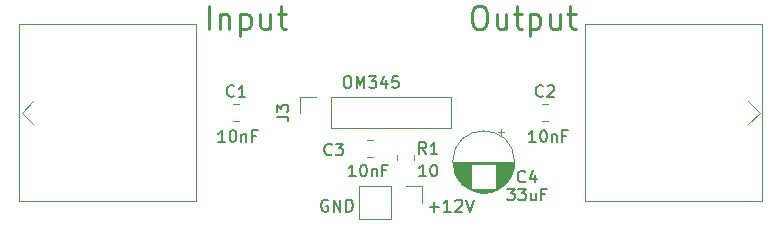
<source format=gbr>
%TF.GenerationSoftware,KiCad,Pcbnew,9.0.3*%
%TF.CreationDate,2025-07-24T18:02:03+02:00*%
%TF.ProjectId,OM345_Testrig,4f4d3334-355f-4546-9573-747269672e6b,rev?*%
%TF.SameCoordinates,Original*%
%TF.FileFunction,Legend,Top*%
%TF.FilePolarity,Positive*%
%FSLAX46Y46*%
G04 Gerber Fmt 4.6, Leading zero omitted, Abs format (unit mm)*
G04 Created by KiCad (PCBNEW 9.0.3) date 2025-07-24 18:02:03*
%MOMM*%
%LPD*%
G01*
G04 APERTURE LIST*
%ADD10C,0.254000*%
%ADD11C,0.203200*%
%ADD12C,0.150000*%
%ADD13C,0.120000*%
G04 APERTURE END LIST*
D10*
X150843533Y-72270656D02*
X151206390Y-72270656D01*
X151206390Y-72270656D02*
X151387819Y-72361370D01*
X151387819Y-72361370D02*
X151569247Y-72542799D01*
X151569247Y-72542799D02*
X151659962Y-72905656D01*
X151659962Y-72905656D02*
X151659962Y-73540656D01*
X151659962Y-73540656D02*
X151569247Y-73903513D01*
X151569247Y-73903513D02*
X151387819Y-74084942D01*
X151387819Y-74084942D02*
X151206390Y-74175656D01*
X151206390Y-74175656D02*
X150843533Y-74175656D01*
X150843533Y-74175656D02*
X150662105Y-74084942D01*
X150662105Y-74084942D02*
X150480676Y-73903513D01*
X150480676Y-73903513D02*
X150389962Y-73540656D01*
X150389962Y-73540656D02*
X150389962Y-72905656D01*
X150389962Y-72905656D02*
X150480676Y-72542799D01*
X150480676Y-72542799D02*
X150662105Y-72361370D01*
X150662105Y-72361370D02*
X150843533Y-72270656D01*
X153292819Y-72905656D02*
X153292819Y-74175656D01*
X152476390Y-72905656D02*
X152476390Y-73903513D01*
X152476390Y-73903513D02*
X152567104Y-74084942D01*
X152567104Y-74084942D02*
X152748533Y-74175656D01*
X152748533Y-74175656D02*
X153020676Y-74175656D01*
X153020676Y-74175656D02*
X153202104Y-74084942D01*
X153202104Y-74084942D02*
X153292819Y-73994227D01*
X153927818Y-72905656D02*
X154653532Y-72905656D01*
X154199961Y-72270656D02*
X154199961Y-73903513D01*
X154199961Y-73903513D02*
X154290675Y-74084942D01*
X154290675Y-74084942D02*
X154472104Y-74175656D01*
X154472104Y-74175656D02*
X154653532Y-74175656D01*
X155288532Y-72905656D02*
X155288532Y-74810656D01*
X155288532Y-72996370D02*
X155469961Y-72905656D01*
X155469961Y-72905656D02*
X155832818Y-72905656D01*
X155832818Y-72905656D02*
X156014246Y-72996370D01*
X156014246Y-72996370D02*
X156104961Y-73087084D01*
X156104961Y-73087084D02*
X156195675Y-73268513D01*
X156195675Y-73268513D02*
X156195675Y-73812799D01*
X156195675Y-73812799D02*
X156104961Y-73994227D01*
X156104961Y-73994227D02*
X156014246Y-74084942D01*
X156014246Y-74084942D02*
X155832818Y-74175656D01*
X155832818Y-74175656D02*
X155469961Y-74175656D01*
X155469961Y-74175656D02*
X155288532Y-74084942D01*
X157828532Y-72905656D02*
X157828532Y-74175656D01*
X157012103Y-72905656D02*
X157012103Y-73903513D01*
X157012103Y-73903513D02*
X157102817Y-74084942D01*
X157102817Y-74084942D02*
X157284246Y-74175656D01*
X157284246Y-74175656D02*
X157556389Y-74175656D01*
X157556389Y-74175656D02*
X157737817Y-74084942D01*
X157737817Y-74084942D02*
X157828532Y-73994227D01*
X158463531Y-72905656D02*
X159189245Y-72905656D01*
X158735674Y-72270656D02*
X158735674Y-73903513D01*
X158735674Y-73903513D02*
X158826388Y-74084942D01*
X158826388Y-74084942D02*
X159007817Y-74175656D01*
X159007817Y-74175656D02*
X159189245Y-74175656D01*
D11*
X138194779Y-88686474D02*
X138098017Y-88638093D01*
X138098017Y-88638093D02*
X137952874Y-88638093D01*
X137952874Y-88638093D02*
X137807731Y-88686474D01*
X137807731Y-88686474D02*
X137710969Y-88783236D01*
X137710969Y-88783236D02*
X137662588Y-88879998D01*
X137662588Y-88879998D02*
X137614207Y-89073522D01*
X137614207Y-89073522D02*
X137614207Y-89218665D01*
X137614207Y-89218665D02*
X137662588Y-89412189D01*
X137662588Y-89412189D02*
X137710969Y-89508951D01*
X137710969Y-89508951D02*
X137807731Y-89605713D01*
X137807731Y-89605713D02*
X137952874Y-89654093D01*
X137952874Y-89654093D02*
X138049636Y-89654093D01*
X138049636Y-89654093D02*
X138194779Y-89605713D01*
X138194779Y-89605713D02*
X138243160Y-89557332D01*
X138243160Y-89557332D02*
X138243160Y-89218665D01*
X138243160Y-89218665D02*
X138049636Y-89218665D01*
X138678588Y-89654093D02*
X138678588Y-88638093D01*
X138678588Y-88638093D02*
X139259160Y-89654093D01*
X139259160Y-89654093D02*
X139259160Y-88638093D01*
X139742969Y-89654093D02*
X139742969Y-88638093D01*
X139742969Y-88638093D02*
X139984874Y-88638093D01*
X139984874Y-88638093D02*
X140130017Y-88686474D01*
X140130017Y-88686474D02*
X140226779Y-88783236D01*
X140226779Y-88783236D02*
X140275160Y-88879998D01*
X140275160Y-88879998D02*
X140323541Y-89073522D01*
X140323541Y-89073522D02*
X140323541Y-89218665D01*
X140323541Y-89218665D02*
X140275160Y-89412189D01*
X140275160Y-89412189D02*
X140226779Y-89508951D01*
X140226779Y-89508951D02*
X140130017Y-89605713D01*
X140130017Y-89605713D02*
X139984874Y-89654093D01*
X139984874Y-89654093D02*
X139742969Y-89654093D01*
D10*
X128128676Y-74175656D02*
X128128676Y-72270656D01*
X129035819Y-72905656D02*
X129035819Y-74175656D01*
X129035819Y-73087084D02*
X129126533Y-72996370D01*
X129126533Y-72996370D02*
X129307962Y-72905656D01*
X129307962Y-72905656D02*
X129580105Y-72905656D01*
X129580105Y-72905656D02*
X129761533Y-72996370D01*
X129761533Y-72996370D02*
X129852248Y-73177799D01*
X129852248Y-73177799D02*
X129852248Y-74175656D01*
X130759390Y-72905656D02*
X130759390Y-74810656D01*
X130759390Y-72996370D02*
X130940819Y-72905656D01*
X130940819Y-72905656D02*
X131303676Y-72905656D01*
X131303676Y-72905656D02*
X131485104Y-72996370D01*
X131485104Y-72996370D02*
X131575819Y-73087084D01*
X131575819Y-73087084D02*
X131666533Y-73268513D01*
X131666533Y-73268513D02*
X131666533Y-73812799D01*
X131666533Y-73812799D02*
X131575819Y-73994227D01*
X131575819Y-73994227D02*
X131485104Y-74084942D01*
X131485104Y-74084942D02*
X131303676Y-74175656D01*
X131303676Y-74175656D02*
X130940819Y-74175656D01*
X130940819Y-74175656D02*
X130759390Y-74084942D01*
X133299390Y-72905656D02*
X133299390Y-74175656D01*
X132482961Y-72905656D02*
X132482961Y-73903513D01*
X132482961Y-73903513D02*
X132573675Y-74084942D01*
X132573675Y-74084942D02*
X132755104Y-74175656D01*
X132755104Y-74175656D02*
X133027247Y-74175656D01*
X133027247Y-74175656D02*
X133208675Y-74084942D01*
X133208675Y-74084942D02*
X133299390Y-73994227D01*
X133934389Y-72905656D02*
X134660103Y-72905656D01*
X134206532Y-72270656D02*
X134206532Y-73903513D01*
X134206532Y-73903513D02*
X134297246Y-74084942D01*
X134297246Y-74084942D02*
X134478675Y-74175656D01*
X134478675Y-74175656D02*
X134660103Y-74175656D01*
D11*
X146806588Y-89267046D02*
X147580684Y-89267046D01*
X147193636Y-89654093D02*
X147193636Y-88879998D01*
X148596684Y-89654093D02*
X148016112Y-89654093D01*
X148306398Y-89654093D02*
X148306398Y-88638093D01*
X148306398Y-88638093D02*
X148209636Y-88783236D01*
X148209636Y-88783236D02*
X148112874Y-88879998D01*
X148112874Y-88879998D02*
X148016112Y-88928379D01*
X148983731Y-88734855D02*
X149032112Y-88686474D01*
X149032112Y-88686474D02*
X149128874Y-88638093D01*
X149128874Y-88638093D02*
X149370779Y-88638093D01*
X149370779Y-88638093D02*
X149467541Y-88686474D01*
X149467541Y-88686474D02*
X149515922Y-88734855D01*
X149515922Y-88734855D02*
X149564303Y-88831617D01*
X149564303Y-88831617D02*
X149564303Y-88928379D01*
X149564303Y-88928379D02*
X149515922Y-89073522D01*
X149515922Y-89073522D02*
X148935350Y-89654093D01*
X148935350Y-89654093D02*
X149564303Y-89654093D01*
X149854588Y-88638093D02*
X150193255Y-89654093D01*
X150193255Y-89654093D02*
X150531922Y-88638093D01*
D12*
X154900333Y-87100580D02*
X154852714Y-87148200D01*
X154852714Y-87148200D02*
X154709857Y-87195819D01*
X154709857Y-87195819D02*
X154614619Y-87195819D01*
X154614619Y-87195819D02*
X154471762Y-87148200D01*
X154471762Y-87148200D02*
X154376524Y-87052961D01*
X154376524Y-87052961D02*
X154328905Y-86957723D01*
X154328905Y-86957723D02*
X154281286Y-86767247D01*
X154281286Y-86767247D02*
X154281286Y-86624390D01*
X154281286Y-86624390D02*
X154328905Y-86433914D01*
X154328905Y-86433914D02*
X154376524Y-86338676D01*
X154376524Y-86338676D02*
X154471762Y-86243438D01*
X154471762Y-86243438D02*
X154614619Y-86195819D01*
X154614619Y-86195819D02*
X154709857Y-86195819D01*
X154709857Y-86195819D02*
X154852714Y-86243438D01*
X154852714Y-86243438D02*
X154900333Y-86291057D01*
X155757476Y-86529152D02*
X155757476Y-87195819D01*
X155519381Y-86148200D02*
X155281286Y-86862485D01*
X155281286Y-86862485D02*
X155900333Y-86862485D01*
X153376524Y-87719819D02*
X153995571Y-87719819D01*
X153995571Y-87719819D02*
X153662238Y-88100771D01*
X153662238Y-88100771D02*
X153805095Y-88100771D01*
X153805095Y-88100771D02*
X153900333Y-88148390D01*
X153900333Y-88148390D02*
X153947952Y-88196009D01*
X153947952Y-88196009D02*
X153995571Y-88291247D01*
X153995571Y-88291247D02*
X153995571Y-88529342D01*
X153995571Y-88529342D02*
X153947952Y-88624580D01*
X153947952Y-88624580D02*
X153900333Y-88672200D01*
X153900333Y-88672200D02*
X153805095Y-88719819D01*
X153805095Y-88719819D02*
X153519381Y-88719819D01*
X153519381Y-88719819D02*
X153424143Y-88672200D01*
X153424143Y-88672200D02*
X153376524Y-88624580D01*
X154328905Y-87719819D02*
X154947952Y-87719819D01*
X154947952Y-87719819D02*
X154614619Y-88100771D01*
X154614619Y-88100771D02*
X154757476Y-88100771D01*
X154757476Y-88100771D02*
X154852714Y-88148390D01*
X154852714Y-88148390D02*
X154900333Y-88196009D01*
X154900333Y-88196009D02*
X154947952Y-88291247D01*
X154947952Y-88291247D02*
X154947952Y-88529342D01*
X154947952Y-88529342D02*
X154900333Y-88624580D01*
X154900333Y-88624580D02*
X154852714Y-88672200D01*
X154852714Y-88672200D02*
X154757476Y-88719819D01*
X154757476Y-88719819D02*
X154471762Y-88719819D01*
X154471762Y-88719819D02*
X154376524Y-88672200D01*
X154376524Y-88672200D02*
X154328905Y-88624580D01*
X155805095Y-88053152D02*
X155805095Y-88719819D01*
X155376524Y-88053152D02*
X155376524Y-88576961D01*
X155376524Y-88576961D02*
X155424143Y-88672200D01*
X155424143Y-88672200D02*
X155519381Y-88719819D01*
X155519381Y-88719819D02*
X155662238Y-88719819D01*
X155662238Y-88719819D02*
X155757476Y-88672200D01*
X155757476Y-88672200D02*
X155805095Y-88624580D01*
X156614619Y-88196009D02*
X156281286Y-88196009D01*
X156281286Y-88719819D02*
X156281286Y-87719819D01*
X156281286Y-87719819D02*
X156757476Y-87719819D01*
X146518333Y-84782819D02*
X146185000Y-84306628D01*
X145946905Y-84782819D02*
X145946905Y-83782819D01*
X145946905Y-83782819D02*
X146327857Y-83782819D01*
X146327857Y-83782819D02*
X146423095Y-83830438D01*
X146423095Y-83830438D02*
X146470714Y-83878057D01*
X146470714Y-83878057D02*
X146518333Y-83973295D01*
X146518333Y-83973295D02*
X146518333Y-84116152D01*
X146518333Y-84116152D02*
X146470714Y-84211390D01*
X146470714Y-84211390D02*
X146423095Y-84259009D01*
X146423095Y-84259009D02*
X146327857Y-84306628D01*
X146327857Y-84306628D02*
X145946905Y-84306628D01*
X147470714Y-84782819D02*
X146899286Y-84782819D01*
X147185000Y-84782819D02*
X147185000Y-83782819D01*
X147185000Y-83782819D02*
X147089762Y-83925676D01*
X147089762Y-83925676D02*
X146994524Y-84020914D01*
X146994524Y-84020914D02*
X146899286Y-84068533D01*
X146494523Y-86687819D02*
X145923095Y-86687819D01*
X146208809Y-86687819D02*
X146208809Y-85687819D01*
X146208809Y-85687819D02*
X146113571Y-85830676D01*
X146113571Y-85830676D02*
X146018333Y-85925914D01*
X146018333Y-85925914D02*
X145923095Y-85973533D01*
X147113571Y-85687819D02*
X147208809Y-85687819D01*
X147208809Y-85687819D02*
X147304047Y-85735438D01*
X147304047Y-85735438D02*
X147351666Y-85783057D01*
X147351666Y-85783057D02*
X147399285Y-85878295D01*
X147399285Y-85878295D02*
X147446904Y-86068771D01*
X147446904Y-86068771D02*
X147446904Y-86306866D01*
X147446904Y-86306866D02*
X147399285Y-86497342D01*
X147399285Y-86497342D02*
X147351666Y-86592580D01*
X147351666Y-86592580D02*
X147304047Y-86640200D01*
X147304047Y-86640200D02*
X147208809Y-86687819D01*
X147208809Y-86687819D02*
X147113571Y-86687819D01*
X147113571Y-86687819D02*
X147018333Y-86640200D01*
X147018333Y-86640200D02*
X146970714Y-86592580D01*
X146970714Y-86592580D02*
X146923095Y-86497342D01*
X146923095Y-86497342D02*
X146875476Y-86306866D01*
X146875476Y-86306866D02*
X146875476Y-86068771D01*
X146875476Y-86068771D02*
X146923095Y-85878295D01*
X146923095Y-85878295D02*
X146970714Y-85783057D01*
X146970714Y-85783057D02*
X147018333Y-85735438D01*
X147018333Y-85735438D02*
X147113571Y-85687819D01*
X133844819Y-81613333D02*
X134559104Y-81613333D01*
X134559104Y-81613333D02*
X134701961Y-81660952D01*
X134701961Y-81660952D02*
X134797200Y-81756190D01*
X134797200Y-81756190D02*
X134844819Y-81899047D01*
X134844819Y-81899047D02*
X134844819Y-81994285D01*
X133844819Y-81232380D02*
X133844819Y-80613333D01*
X133844819Y-80613333D02*
X134225771Y-80946666D01*
X134225771Y-80946666D02*
X134225771Y-80803809D01*
X134225771Y-80803809D02*
X134273390Y-80708571D01*
X134273390Y-80708571D02*
X134321009Y-80660952D01*
X134321009Y-80660952D02*
X134416247Y-80613333D01*
X134416247Y-80613333D02*
X134654342Y-80613333D01*
X134654342Y-80613333D02*
X134749580Y-80660952D01*
X134749580Y-80660952D02*
X134797200Y-80708571D01*
X134797200Y-80708571D02*
X134844819Y-80803809D01*
X134844819Y-80803809D02*
X134844819Y-81089523D01*
X134844819Y-81089523D02*
X134797200Y-81184761D01*
X134797200Y-81184761D02*
X134749580Y-81232380D01*
X139763762Y-78194819D02*
X139954238Y-78194819D01*
X139954238Y-78194819D02*
X140049476Y-78242438D01*
X140049476Y-78242438D02*
X140144714Y-78337676D01*
X140144714Y-78337676D02*
X140192333Y-78528152D01*
X140192333Y-78528152D02*
X140192333Y-78861485D01*
X140192333Y-78861485D02*
X140144714Y-79051961D01*
X140144714Y-79051961D02*
X140049476Y-79147200D01*
X140049476Y-79147200D02*
X139954238Y-79194819D01*
X139954238Y-79194819D02*
X139763762Y-79194819D01*
X139763762Y-79194819D02*
X139668524Y-79147200D01*
X139668524Y-79147200D02*
X139573286Y-79051961D01*
X139573286Y-79051961D02*
X139525667Y-78861485D01*
X139525667Y-78861485D02*
X139525667Y-78528152D01*
X139525667Y-78528152D02*
X139573286Y-78337676D01*
X139573286Y-78337676D02*
X139668524Y-78242438D01*
X139668524Y-78242438D02*
X139763762Y-78194819D01*
X140620905Y-79194819D02*
X140620905Y-78194819D01*
X140620905Y-78194819D02*
X140954238Y-78909104D01*
X140954238Y-78909104D02*
X141287571Y-78194819D01*
X141287571Y-78194819D02*
X141287571Y-79194819D01*
X141668524Y-78194819D02*
X142287571Y-78194819D01*
X142287571Y-78194819D02*
X141954238Y-78575771D01*
X141954238Y-78575771D02*
X142097095Y-78575771D01*
X142097095Y-78575771D02*
X142192333Y-78623390D01*
X142192333Y-78623390D02*
X142239952Y-78671009D01*
X142239952Y-78671009D02*
X142287571Y-78766247D01*
X142287571Y-78766247D02*
X142287571Y-79004342D01*
X142287571Y-79004342D02*
X142239952Y-79099580D01*
X142239952Y-79099580D02*
X142192333Y-79147200D01*
X142192333Y-79147200D02*
X142097095Y-79194819D01*
X142097095Y-79194819D02*
X141811381Y-79194819D01*
X141811381Y-79194819D02*
X141716143Y-79147200D01*
X141716143Y-79147200D02*
X141668524Y-79099580D01*
X143144714Y-78528152D02*
X143144714Y-79194819D01*
X142906619Y-78147200D02*
X142668524Y-78861485D01*
X142668524Y-78861485D02*
X143287571Y-78861485D01*
X144144714Y-78194819D02*
X143668524Y-78194819D01*
X143668524Y-78194819D02*
X143620905Y-78671009D01*
X143620905Y-78671009D02*
X143668524Y-78623390D01*
X143668524Y-78623390D02*
X143763762Y-78575771D01*
X143763762Y-78575771D02*
X144001857Y-78575771D01*
X144001857Y-78575771D02*
X144097095Y-78623390D01*
X144097095Y-78623390D02*
X144144714Y-78671009D01*
X144144714Y-78671009D02*
X144192333Y-78766247D01*
X144192333Y-78766247D02*
X144192333Y-79004342D01*
X144192333Y-79004342D02*
X144144714Y-79099580D01*
X144144714Y-79099580D02*
X144097095Y-79147200D01*
X144097095Y-79147200D02*
X144001857Y-79194819D01*
X144001857Y-79194819D02*
X143763762Y-79194819D01*
X143763762Y-79194819D02*
X143668524Y-79147200D01*
X143668524Y-79147200D02*
X143620905Y-79099580D01*
X130262333Y-79861580D02*
X130214714Y-79909200D01*
X130214714Y-79909200D02*
X130071857Y-79956819D01*
X130071857Y-79956819D02*
X129976619Y-79956819D01*
X129976619Y-79956819D02*
X129833762Y-79909200D01*
X129833762Y-79909200D02*
X129738524Y-79813961D01*
X129738524Y-79813961D02*
X129690905Y-79718723D01*
X129690905Y-79718723D02*
X129643286Y-79528247D01*
X129643286Y-79528247D02*
X129643286Y-79385390D01*
X129643286Y-79385390D02*
X129690905Y-79194914D01*
X129690905Y-79194914D02*
X129738524Y-79099676D01*
X129738524Y-79099676D02*
X129833762Y-79004438D01*
X129833762Y-79004438D02*
X129976619Y-78956819D01*
X129976619Y-78956819D02*
X130071857Y-78956819D01*
X130071857Y-78956819D02*
X130214714Y-79004438D01*
X130214714Y-79004438D02*
X130262333Y-79052057D01*
X131214714Y-79956819D02*
X130643286Y-79956819D01*
X130929000Y-79956819D02*
X130929000Y-78956819D01*
X130929000Y-78956819D02*
X130833762Y-79099676D01*
X130833762Y-79099676D02*
X130738524Y-79194914D01*
X130738524Y-79194914D02*
X130643286Y-79242533D01*
X129484571Y-83766819D02*
X128913143Y-83766819D01*
X129198857Y-83766819D02*
X129198857Y-82766819D01*
X129198857Y-82766819D02*
X129103619Y-82909676D01*
X129103619Y-82909676D02*
X129008381Y-83004914D01*
X129008381Y-83004914D02*
X128913143Y-83052533D01*
X130103619Y-82766819D02*
X130198857Y-82766819D01*
X130198857Y-82766819D02*
X130294095Y-82814438D01*
X130294095Y-82814438D02*
X130341714Y-82862057D01*
X130341714Y-82862057D02*
X130389333Y-82957295D01*
X130389333Y-82957295D02*
X130436952Y-83147771D01*
X130436952Y-83147771D02*
X130436952Y-83385866D01*
X130436952Y-83385866D02*
X130389333Y-83576342D01*
X130389333Y-83576342D02*
X130341714Y-83671580D01*
X130341714Y-83671580D02*
X130294095Y-83719200D01*
X130294095Y-83719200D02*
X130198857Y-83766819D01*
X130198857Y-83766819D02*
X130103619Y-83766819D01*
X130103619Y-83766819D02*
X130008381Y-83719200D01*
X130008381Y-83719200D02*
X129960762Y-83671580D01*
X129960762Y-83671580D02*
X129913143Y-83576342D01*
X129913143Y-83576342D02*
X129865524Y-83385866D01*
X129865524Y-83385866D02*
X129865524Y-83147771D01*
X129865524Y-83147771D02*
X129913143Y-82957295D01*
X129913143Y-82957295D02*
X129960762Y-82862057D01*
X129960762Y-82862057D02*
X130008381Y-82814438D01*
X130008381Y-82814438D02*
X130103619Y-82766819D01*
X130865524Y-83100152D02*
X130865524Y-83766819D01*
X130865524Y-83195390D02*
X130913143Y-83147771D01*
X130913143Y-83147771D02*
X131008381Y-83100152D01*
X131008381Y-83100152D02*
X131151238Y-83100152D01*
X131151238Y-83100152D02*
X131246476Y-83147771D01*
X131246476Y-83147771D02*
X131294095Y-83243009D01*
X131294095Y-83243009D02*
X131294095Y-83766819D01*
X132103619Y-83243009D02*
X131770286Y-83243009D01*
X131770286Y-83766819D02*
X131770286Y-82766819D01*
X131770286Y-82766819D02*
X132246476Y-82766819D01*
X156424333Y-79861580D02*
X156376714Y-79909200D01*
X156376714Y-79909200D02*
X156233857Y-79956819D01*
X156233857Y-79956819D02*
X156138619Y-79956819D01*
X156138619Y-79956819D02*
X155995762Y-79909200D01*
X155995762Y-79909200D02*
X155900524Y-79813961D01*
X155900524Y-79813961D02*
X155852905Y-79718723D01*
X155852905Y-79718723D02*
X155805286Y-79528247D01*
X155805286Y-79528247D02*
X155805286Y-79385390D01*
X155805286Y-79385390D02*
X155852905Y-79194914D01*
X155852905Y-79194914D02*
X155900524Y-79099676D01*
X155900524Y-79099676D02*
X155995762Y-79004438D01*
X155995762Y-79004438D02*
X156138619Y-78956819D01*
X156138619Y-78956819D02*
X156233857Y-78956819D01*
X156233857Y-78956819D02*
X156376714Y-79004438D01*
X156376714Y-79004438D02*
X156424333Y-79052057D01*
X156805286Y-79052057D02*
X156852905Y-79004438D01*
X156852905Y-79004438D02*
X156948143Y-78956819D01*
X156948143Y-78956819D02*
X157186238Y-78956819D01*
X157186238Y-78956819D02*
X157281476Y-79004438D01*
X157281476Y-79004438D02*
X157329095Y-79052057D01*
X157329095Y-79052057D02*
X157376714Y-79147295D01*
X157376714Y-79147295D02*
X157376714Y-79242533D01*
X157376714Y-79242533D02*
X157329095Y-79385390D01*
X157329095Y-79385390D02*
X156757667Y-79956819D01*
X156757667Y-79956819D02*
X157376714Y-79956819D01*
X155773571Y-83766819D02*
X155202143Y-83766819D01*
X155487857Y-83766819D02*
X155487857Y-82766819D01*
X155487857Y-82766819D02*
X155392619Y-82909676D01*
X155392619Y-82909676D02*
X155297381Y-83004914D01*
X155297381Y-83004914D02*
X155202143Y-83052533D01*
X156392619Y-82766819D02*
X156487857Y-82766819D01*
X156487857Y-82766819D02*
X156583095Y-82814438D01*
X156583095Y-82814438D02*
X156630714Y-82862057D01*
X156630714Y-82862057D02*
X156678333Y-82957295D01*
X156678333Y-82957295D02*
X156725952Y-83147771D01*
X156725952Y-83147771D02*
X156725952Y-83385866D01*
X156725952Y-83385866D02*
X156678333Y-83576342D01*
X156678333Y-83576342D02*
X156630714Y-83671580D01*
X156630714Y-83671580D02*
X156583095Y-83719200D01*
X156583095Y-83719200D02*
X156487857Y-83766819D01*
X156487857Y-83766819D02*
X156392619Y-83766819D01*
X156392619Y-83766819D02*
X156297381Y-83719200D01*
X156297381Y-83719200D02*
X156249762Y-83671580D01*
X156249762Y-83671580D02*
X156202143Y-83576342D01*
X156202143Y-83576342D02*
X156154524Y-83385866D01*
X156154524Y-83385866D02*
X156154524Y-83147771D01*
X156154524Y-83147771D02*
X156202143Y-82957295D01*
X156202143Y-82957295D02*
X156249762Y-82862057D01*
X156249762Y-82862057D02*
X156297381Y-82814438D01*
X156297381Y-82814438D02*
X156392619Y-82766819D01*
X157154524Y-83100152D02*
X157154524Y-83766819D01*
X157154524Y-83195390D02*
X157202143Y-83147771D01*
X157202143Y-83147771D02*
X157297381Y-83100152D01*
X157297381Y-83100152D02*
X157440238Y-83100152D01*
X157440238Y-83100152D02*
X157535476Y-83147771D01*
X157535476Y-83147771D02*
X157583095Y-83243009D01*
X157583095Y-83243009D02*
X157583095Y-83766819D01*
X158392619Y-83243009D02*
X158059286Y-83243009D01*
X158059286Y-83766819D02*
X158059286Y-82766819D01*
X158059286Y-82766819D02*
X158535476Y-82766819D01*
X138517333Y-84814580D02*
X138469714Y-84862200D01*
X138469714Y-84862200D02*
X138326857Y-84909819D01*
X138326857Y-84909819D02*
X138231619Y-84909819D01*
X138231619Y-84909819D02*
X138088762Y-84862200D01*
X138088762Y-84862200D02*
X137993524Y-84766961D01*
X137993524Y-84766961D02*
X137945905Y-84671723D01*
X137945905Y-84671723D02*
X137898286Y-84481247D01*
X137898286Y-84481247D02*
X137898286Y-84338390D01*
X137898286Y-84338390D02*
X137945905Y-84147914D01*
X137945905Y-84147914D02*
X137993524Y-84052676D01*
X137993524Y-84052676D02*
X138088762Y-83957438D01*
X138088762Y-83957438D02*
X138231619Y-83909819D01*
X138231619Y-83909819D02*
X138326857Y-83909819D01*
X138326857Y-83909819D02*
X138469714Y-83957438D01*
X138469714Y-83957438D02*
X138517333Y-84005057D01*
X138850667Y-83909819D02*
X139469714Y-83909819D01*
X139469714Y-83909819D02*
X139136381Y-84290771D01*
X139136381Y-84290771D02*
X139279238Y-84290771D01*
X139279238Y-84290771D02*
X139374476Y-84338390D01*
X139374476Y-84338390D02*
X139422095Y-84386009D01*
X139422095Y-84386009D02*
X139469714Y-84481247D01*
X139469714Y-84481247D02*
X139469714Y-84719342D01*
X139469714Y-84719342D02*
X139422095Y-84814580D01*
X139422095Y-84814580D02*
X139374476Y-84862200D01*
X139374476Y-84862200D02*
X139279238Y-84909819D01*
X139279238Y-84909819D02*
X138993524Y-84909819D01*
X138993524Y-84909819D02*
X138898286Y-84862200D01*
X138898286Y-84862200D02*
X138850667Y-84814580D01*
X140533571Y-86687819D02*
X139962143Y-86687819D01*
X140247857Y-86687819D02*
X140247857Y-85687819D01*
X140247857Y-85687819D02*
X140152619Y-85830676D01*
X140152619Y-85830676D02*
X140057381Y-85925914D01*
X140057381Y-85925914D02*
X139962143Y-85973533D01*
X141152619Y-85687819D02*
X141247857Y-85687819D01*
X141247857Y-85687819D02*
X141343095Y-85735438D01*
X141343095Y-85735438D02*
X141390714Y-85783057D01*
X141390714Y-85783057D02*
X141438333Y-85878295D01*
X141438333Y-85878295D02*
X141485952Y-86068771D01*
X141485952Y-86068771D02*
X141485952Y-86306866D01*
X141485952Y-86306866D02*
X141438333Y-86497342D01*
X141438333Y-86497342D02*
X141390714Y-86592580D01*
X141390714Y-86592580D02*
X141343095Y-86640200D01*
X141343095Y-86640200D02*
X141247857Y-86687819D01*
X141247857Y-86687819D02*
X141152619Y-86687819D01*
X141152619Y-86687819D02*
X141057381Y-86640200D01*
X141057381Y-86640200D02*
X141009762Y-86592580D01*
X141009762Y-86592580D02*
X140962143Y-86497342D01*
X140962143Y-86497342D02*
X140914524Y-86306866D01*
X140914524Y-86306866D02*
X140914524Y-86068771D01*
X140914524Y-86068771D02*
X140962143Y-85878295D01*
X140962143Y-85878295D02*
X141009762Y-85783057D01*
X141009762Y-85783057D02*
X141057381Y-85735438D01*
X141057381Y-85735438D02*
X141152619Y-85687819D01*
X141914524Y-86021152D02*
X141914524Y-86687819D01*
X141914524Y-86116390D02*
X141962143Y-86068771D01*
X141962143Y-86068771D02*
X142057381Y-86021152D01*
X142057381Y-86021152D02*
X142200238Y-86021152D01*
X142200238Y-86021152D02*
X142295476Y-86068771D01*
X142295476Y-86068771D02*
X142343095Y-86164009D01*
X142343095Y-86164009D02*
X142343095Y-86687819D01*
X143152619Y-86164009D02*
X142819286Y-86164009D01*
X142819286Y-86687819D02*
X142819286Y-85687819D01*
X142819286Y-85687819D02*
X143295476Y-85687819D01*
D13*
%TO.C,C4*%
X152859000Y-82646225D02*
X152859000Y-83146225D01*
X153109000Y-82896225D02*
X152609000Y-82896225D01*
X153964000Y-85451000D02*
X148804000Y-85451000D01*
X153964000Y-85491000D02*
X148804000Y-85491000D01*
X153963000Y-85531000D02*
X148805000Y-85531000D01*
X153961000Y-85571000D02*
X148807000Y-85571000D01*
X153959000Y-85611000D02*
X148809000Y-85611000D01*
X153956000Y-85651000D02*
X148812000Y-85651000D01*
X153953000Y-85691000D02*
X152424000Y-85691000D01*
X150344000Y-85691000D02*
X148815000Y-85691000D01*
X153949000Y-85731000D02*
X152424000Y-85731000D01*
X150344000Y-85731000D02*
X148819000Y-85731000D01*
X153944000Y-85771000D02*
X152424000Y-85771000D01*
X150344000Y-85771000D02*
X148824000Y-85771000D01*
X153939000Y-85811000D02*
X152424000Y-85811000D01*
X150344000Y-85811000D02*
X148829000Y-85811000D01*
X153933000Y-85851000D02*
X152424000Y-85851000D01*
X150344000Y-85851000D02*
X148835000Y-85851000D01*
X153927000Y-85891000D02*
X152424000Y-85891000D01*
X150344000Y-85891000D02*
X148841000Y-85891000D01*
X153920000Y-85931000D02*
X152424000Y-85931000D01*
X150344000Y-85931000D02*
X148848000Y-85931000D01*
X153912000Y-85971000D02*
X152424000Y-85971000D01*
X150344000Y-85971000D02*
X148856000Y-85971000D01*
X153903000Y-86011000D02*
X152424000Y-86011000D01*
X150344000Y-86011000D02*
X148865000Y-86011000D01*
X153894000Y-86051000D02*
X152424000Y-86051000D01*
X150344000Y-86051000D02*
X148874000Y-86051000D01*
X153885000Y-86091000D02*
X152424000Y-86091000D01*
X150344000Y-86091000D02*
X148883000Y-86091000D01*
X153874000Y-86131000D02*
X152424000Y-86131000D01*
X150344000Y-86131000D02*
X148894000Y-86131000D01*
X153863000Y-86171000D02*
X152424000Y-86171000D01*
X150344000Y-86171000D02*
X148905000Y-86171000D01*
X153851000Y-86211000D02*
X152424000Y-86211000D01*
X150344000Y-86211000D02*
X148917000Y-86211000D01*
X153839000Y-86251000D02*
X152424000Y-86251000D01*
X150344000Y-86251000D02*
X148929000Y-86251000D01*
X153826000Y-86291000D02*
X152424000Y-86291000D01*
X150344000Y-86291000D02*
X148942000Y-86291000D01*
X153812000Y-86331000D02*
X152424000Y-86331000D01*
X150344000Y-86331000D02*
X148956000Y-86331000D01*
X153797000Y-86371000D02*
X152424000Y-86371000D01*
X150344000Y-86371000D02*
X148971000Y-86371000D01*
X153782000Y-86411000D02*
X152424000Y-86411000D01*
X150344000Y-86411000D02*
X148986000Y-86411000D01*
X153766000Y-86451000D02*
X152424000Y-86451000D01*
X150344000Y-86451000D02*
X149002000Y-86451000D01*
X153749000Y-86491000D02*
X152424000Y-86491000D01*
X150344000Y-86491000D02*
X149019000Y-86491000D01*
X153731000Y-86531000D02*
X152424000Y-86531000D01*
X150344000Y-86531000D02*
X149037000Y-86531000D01*
X153713000Y-86571000D02*
X152424000Y-86571000D01*
X150344000Y-86571000D02*
X149055000Y-86571000D01*
X153693000Y-86611000D02*
X152424000Y-86611000D01*
X150344000Y-86611000D02*
X149075000Y-86611000D01*
X153673000Y-86651000D02*
X152424000Y-86651000D01*
X150344000Y-86651000D02*
X149095000Y-86651000D01*
X153652000Y-86691000D02*
X152424000Y-86691000D01*
X150344000Y-86691000D02*
X149116000Y-86691000D01*
X153630000Y-86731000D02*
X152424000Y-86731000D01*
X150344000Y-86731000D02*
X149138000Y-86731000D01*
X153607000Y-86771000D02*
X152424000Y-86771000D01*
X150344000Y-86771000D02*
X149161000Y-86771000D01*
X153583000Y-86811000D02*
X152424000Y-86811000D01*
X150344000Y-86811000D02*
X149185000Y-86811000D01*
X153559000Y-86851000D02*
X152424000Y-86851000D01*
X150344000Y-86851000D02*
X149209000Y-86851000D01*
X153533000Y-86891000D02*
X152424000Y-86891000D01*
X150344000Y-86891000D02*
X149235000Y-86891000D01*
X153506000Y-86931000D02*
X152424000Y-86931000D01*
X150344000Y-86931000D02*
X149262000Y-86931000D01*
X153478000Y-86971000D02*
X152424000Y-86971000D01*
X150344000Y-86971000D02*
X149290000Y-86971000D01*
X153449000Y-87011000D02*
X152424000Y-87011000D01*
X150344000Y-87011000D02*
X149319000Y-87011000D01*
X153419000Y-87051000D02*
X152424000Y-87051000D01*
X150344000Y-87051000D02*
X149349000Y-87051000D01*
X153387000Y-87091000D02*
X152424000Y-87091000D01*
X150344000Y-87091000D02*
X149381000Y-87091000D01*
X153354000Y-87131000D02*
X152424000Y-87131000D01*
X150344000Y-87131000D02*
X149414000Y-87131000D01*
X153320000Y-87171000D02*
X152424000Y-87171000D01*
X150344000Y-87171000D02*
X149448000Y-87171000D01*
X153285000Y-87211000D02*
X152424000Y-87211000D01*
X150344000Y-87211000D02*
X149483000Y-87211000D01*
X153248000Y-87251000D02*
X152424000Y-87251000D01*
X150344000Y-87251000D02*
X149520000Y-87251000D01*
X153209000Y-87291000D02*
X152424000Y-87291000D01*
X150344000Y-87291000D02*
X149559000Y-87291000D01*
X153169000Y-87331000D02*
X152424000Y-87331000D01*
X150344000Y-87331000D02*
X149599000Y-87331000D01*
X153127000Y-87371000D02*
X152424000Y-87371000D01*
X150344000Y-87371000D02*
X149641000Y-87371000D01*
X153083000Y-87411000D02*
X152424000Y-87411000D01*
X150344000Y-87411000D02*
X149685000Y-87411000D01*
X153036000Y-87451000D02*
X152424000Y-87451000D01*
X150344000Y-87451000D02*
X149732000Y-87451000D01*
X152988000Y-87491000D02*
X152424000Y-87491000D01*
X150344000Y-87491000D02*
X149780000Y-87491000D01*
X152937000Y-87531000D02*
X152424000Y-87531000D01*
X150344000Y-87531000D02*
X149831000Y-87531000D01*
X152883000Y-87571000D02*
X152424000Y-87571000D01*
X150344000Y-87571000D02*
X149885000Y-87571000D01*
X152827000Y-87611000D02*
X152424000Y-87611000D01*
X150344000Y-87611000D02*
X149941000Y-87611000D01*
X152767000Y-87651000D02*
X152424000Y-87651000D01*
X150344000Y-87651000D02*
X150001000Y-87651000D01*
X152703000Y-87691000D02*
X152424000Y-87691000D01*
X150344000Y-87691000D02*
X150065000Y-87691000D01*
X152635000Y-87731000D02*
X152424000Y-87731000D01*
X150344000Y-87731000D02*
X150133000Y-87731000D01*
X152561000Y-87771000D02*
X150207000Y-87771000D01*
X152482000Y-87811000D02*
X150286000Y-87811000D01*
X152395000Y-87851000D02*
X150373000Y-87851000D01*
X152298000Y-87891000D02*
X150470000Y-87891000D01*
X152189000Y-87931000D02*
X150579000Y-87931000D01*
X152061000Y-87971000D02*
X150707000Y-87971000D01*
X151901000Y-88011000D02*
X150867000Y-88011000D01*
X151667000Y-88051000D02*
X151101000Y-88051000D01*
X154004000Y-85451000D02*
G75*
G02*
X148764000Y-85451000I-2620000J0D01*
G01*
X148764000Y-85451000D02*
G75*
G02*
X154004000Y-85451000I2620000J0D01*
G01*
%TO.C,R1*%
X145515000Y-84862936D02*
X145515000Y-85317064D01*
X144045000Y-84862936D02*
X144045000Y-85317064D01*
%TO.C,J3*%
X138430000Y-82610000D02*
X148650000Y-82610000D01*
X138430000Y-82610000D02*
X138430000Y-79950000D01*
X148650000Y-82610000D02*
X148650000Y-79950000D01*
X135830000Y-81280000D02*
X135830000Y-79950000D01*
X135830000Y-79950000D02*
X137160000Y-79950000D01*
X138430000Y-79950000D02*
X148650000Y-79950000D01*
%TO.C,J1*%
X112070000Y-73780000D02*
X127070000Y-73780000D01*
X112070000Y-88780000D02*
X112070000Y-73780000D01*
X112270000Y-81280000D02*
X113270000Y-80280000D01*
X112270000Y-81280000D02*
X113270000Y-82280000D01*
X127070000Y-73780000D02*
X127070000Y-88780000D01*
X127070000Y-88780000D02*
X112070000Y-88780000D01*
%TO.C,C1*%
X130167748Y-80545000D02*
X130690252Y-80545000D01*
X130167748Y-82015000D02*
X130690252Y-82015000D01*
%TO.C,C2*%
X156329748Y-80545000D02*
X156852252Y-80545000D01*
X156329748Y-82015000D02*
X156852252Y-82015000D01*
%TO.C,J2*%
X159950000Y-73780000D02*
X174950000Y-73780000D01*
X159950000Y-88780000D02*
X159950000Y-73780000D01*
X174750000Y-81280000D02*
X173750000Y-80280000D01*
X174750000Y-81280000D02*
X173750000Y-82280000D01*
X174950000Y-73780000D02*
X174950000Y-88780000D01*
X174950000Y-88780000D02*
X159950000Y-88780000D01*
%TO.C,J4*%
X140860000Y-87520000D02*
X140860000Y-90280000D01*
X143510000Y-87520000D02*
X140860000Y-87520000D01*
X143510000Y-87520000D02*
X143510000Y-90280000D01*
X143510000Y-90280000D02*
X140860000Y-90280000D01*
X144780000Y-87520000D02*
X146160000Y-87520000D01*
X146160000Y-87520000D02*
X146160000Y-88900000D01*
%TO.C,C3*%
X141470748Y-83593000D02*
X141993252Y-83593000D01*
X141470748Y-85063000D02*
X141993252Y-85063000D01*
%TD*%
M02*

</source>
